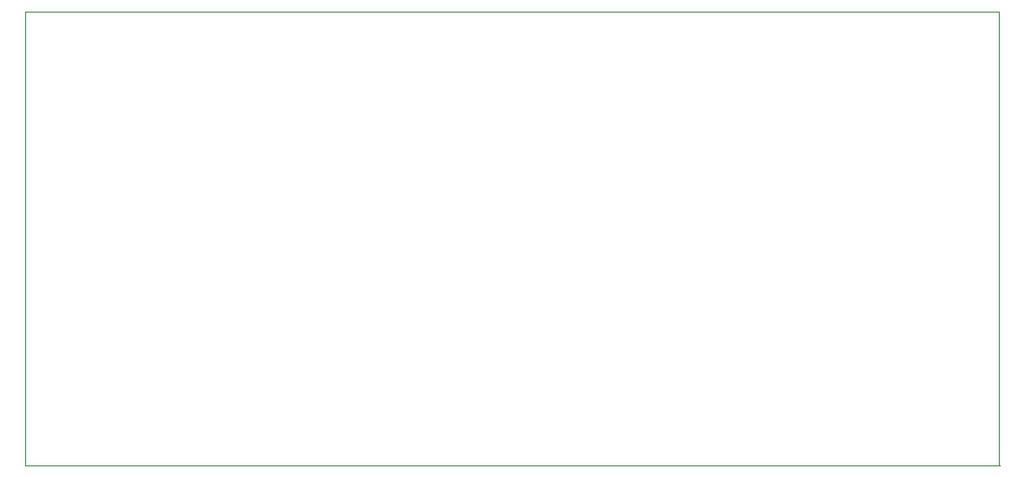
<source format=gbr>
G04 #@! TF.FileFunction,Profile,NP*
%FSLAX46Y46*%
G04 Gerber Fmt 4.6, Leading zero omitted, Abs format (unit mm)*
G04 Created by KiCad (PCBNEW 4.0.5+dfsg1-4) date Fri Feb 15 16:12:20 2019*
%MOMM*%
%LPD*%
G01*
G04 APERTURE LIST*
%ADD10C,0.100000*%
G04 APERTURE END LIST*
D10*
X212877400Y-120167400D02*
X127635000Y-120167400D01*
X127635000Y-80518000D02*
X127635000Y-120142000D01*
X212852000Y-80518000D02*
X127635000Y-80518000D01*
X212852000Y-120142000D02*
X212852000Y-80518000D01*
M02*

</source>
